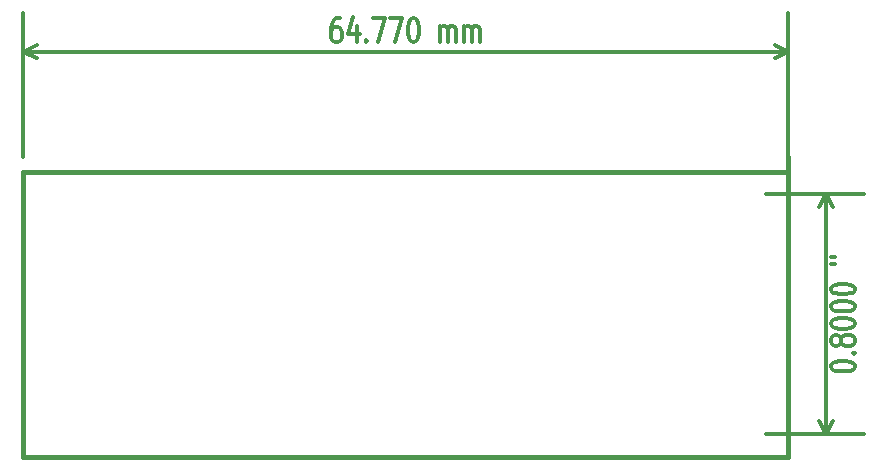
<source format=gbr>
G04 (created by PCBNEW-RS274X (2012-01-19 BZR 3256)-stable) date Thu 07 Mar 2013 02:54:08 AM COT*
G01*
G70*
G90*
%MOIN*%
G04 Gerber Fmt 3.4, Leading zero omitted, Abs format*
%FSLAX34Y34*%
G04 APERTURE LIST*
%ADD10C,0.006000*%
%ADD11C,0.015000*%
%ADD12C,0.012000*%
G04 APERTURE END LIST*
G54D10*
G54D11*
X44250Y-31250D02*
X44500Y-31250D01*
X44250Y-21750D02*
X44250Y-31250D01*
X69750Y-21750D02*
X69750Y-22000D01*
X44250Y-21750D02*
X69750Y-21750D01*
G54D12*
X71164Y-28270D02*
X71164Y-28213D01*
X71202Y-28156D01*
X71240Y-28127D01*
X71316Y-28098D01*
X71469Y-28070D01*
X71659Y-28070D01*
X71811Y-28098D01*
X71888Y-28127D01*
X71926Y-28156D01*
X71964Y-28213D01*
X71964Y-28270D01*
X71926Y-28327D01*
X71888Y-28356D01*
X71811Y-28384D01*
X71659Y-28413D01*
X71469Y-28413D01*
X71316Y-28384D01*
X71240Y-28356D01*
X71202Y-28327D01*
X71164Y-28270D01*
X71888Y-27813D02*
X71926Y-27785D01*
X71964Y-27813D01*
X71926Y-27842D01*
X71888Y-27813D01*
X71964Y-27813D01*
X71507Y-27441D02*
X71469Y-27499D01*
X71430Y-27527D01*
X71354Y-27556D01*
X71316Y-27556D01*
X71240Y-27527D01*
X71202Y-27499D01*
X71164Y-27441D01*
X71164Y-27327D01*
X71202Y-27270D01*
X71240Y-27241D01*
X71316Y-27213D01*
X71354Y-27213D01*
X71430Y-27241D01*
X71469Y-27270D01*
X71507Y-27327D01*
X71507Y-27441D01*
X71545Y-27499D01*
X71583Y-27527D01*
X71659Y-27556D01*
X71811Y-27556D01*
X71888Y-27527D01*
X71926Y-27499D01*
X71964Y-27441D01*
X71964Y-27327D01*
X71926Y-27270D01*
X71888Y-27241D01*
X71811Y-27213D01*
X71659Y-27213D01*
X71583Y-27241D01*
X71545Y-27270D01*
X71507Y-27327D01*
X71164Y-26842D02*
X71164Y-26785D01*
X71202Y-26728D01*
X71240Y-26699D01*
X71316Y-26670D01*
X71469Y-26642D01*
X71659Y-26642D01*
X71811Y-26670D01*
X71888Y-26699D01*
X71926Y-26728D01*
X71964Y-26785D01*
X71964Y-26842D01*
X71926Y-26899D01*
X71888Y-26928D01*
X71811Y-26956D01*
X71659Y-26985D01*
X71469Y-26985D01*
X71316Y-26956D01*
X71240Y-26928D01*
X71202Y-26899D01*
X71164Y-26842D01*
X71164Y-26271D02*
X71164Y-26214D01*
X71202Y-26157D01*
X71240Y-26128D01*
X71316Y-26099D01*
X71469Y-26071D01*
X71659Y-26071D01*
X71811Y-26099D01*
X71888Y-26128D01*
X71926Y-26157D01*
X71964Y-26214D01*
X71964Y-26271D01*
X71926Y-26328D01*
X71888Y-26357D01*
X71811Y-26385D01*
X71659Y-26414D01*
X71469Y-26414D01*
X71316Y-26385D01*
X71240Y-26357D01*
X71202Y-26328D01*
X71164Y-26271D01*
X71164Y-25700D02*
X71164Y-25643D01*
X71202Y-25586D01*
X71240Y-25557D01*
X71316Y-25528D01*
X71469Y-25500D01*
X71659Y-25500D01*
X71811Y-25528D01*
X71888Y-25557D01*
X71926Y-25586D01*
X71964Y-25643D01*
X71964Y-25700D01*
X71926Y-25757D01*
X71888Y-25786D01*
X71811Y-25814D01*
X71659Y-25843D01*
X71469Y-25843D01*
X71316Y-25814D01*
X71240Y-25786D01*
X71202Y-25757D01*
X71164Y-25700D01*
X71164Y-24815D02*
X71316Y-24815D01*
X71164Y-24586D02*
X71316Y-24586D01*
X71000Y-30500D02*
X71000Y-22500D01*
X69000Y-30500D02*
X72280Y-30500D01*
X69000Y-22500D02*
X72280Y-22500D01*
X71000Y-22500D02*
X71230Y-22943D01*
X71000Y-22500D02*
X70770Y-22943D01*
X71000Y-30500D02*
X71230Y-30057D01*
X71000Y-30500D02*
X70770Y-30057D01*
G54D11*
X69750Y-31250D02*
X44250Y-31250D01*
X69750Y-21250D02*
X69750Y-31250D01*
G54D12*
X54801Y-16635D02*
X54687Y-16635D01*
X54630Y-16673D01*
X54601Y-16711D01*
X54544Y-16825D01*
X54515Y-16978D01*
X54515Y-17282D01*
X54544Y-17359D01*
X54572Y-17397D01*
X54630Y-17435D01*
X54744Y-17435D01*
X54801Y-17397D01*
X54830Y-17359D01*
X54858Y-17282D01*
X54858Y-17092D01*
X54830Y-17016D01*
X54801Y-16978D01*
X54744Y-16940D01*
X54630Y-16940D01*
X54572Y-16978D01*
X54544Y-17016D01*
X54515Y-17092D01*
X55372Y-16901D02*
X55372Y-17435D01*
X55229Y-16597D02*
X55086Y-17168D01*
X55458Y-17168D01*
X55686Y-17359D02*
X55714Y-17397D01*
X55686Y-17435D01*
X55657Y-17397D01*
X55686Y-17359D01*
X55686Y-17435D01*
X55915Y-16635D02*
X56315Y-16635D01*
X56058Y-17435D01*
X56486Y-16635D02*
X56886Y-16635D01*
X56629Y-17435D01*
X57228Y-16635D02*
X57285Y-16635D01*
X57342Y-16673D01*
X57371Y-16711D01*
X57400Y-16787D01*
X57428Y-16940D01*
X57428Y-17130D01*
X57400Y-17282D01*
X57371Y-17359D01*
X57342Y-17397D01*
X57285Y-17435D01*
X57228Y-17435D01*
X57171Y-17397D01*
X57142Y-17359D01*
X57114Y-17282D01*
X57085Y-17130D01*
X57085Y-16940D01*
X57114Y-16787D01*
X57142Y-16711D01*
X57171Y-16673D01*
X57228Y-16635D01*
X58142Y-17435D02*
X58142Y-16901D01*
X58142Y-16978D02*
X58170Y-16940D01*
X58228Y-16901D01*
X58313Y-16901D01*
X58370Y-16940D01*
X58399Y-17016D01*
X58399Y-17435D01*
X58399Y-17016D02*
X58428Y-16940D01*
X58485Y-16901D01*
X58570Y-16901D01*
X58628Y-16940D01*
X58656Y-17016D01*
X58656Y-17435D01*
X58942Y-17435D02*
X58942Y-16901D01*
X58942Y-16978D02*
X58970Y-16940D01*
X59028Y-16901D01*
X59113Y-16901D01*
X59170Y-16940D01*
X59199Y-17016D01*
X59199Y-17435D01*
X59199Y-17016D02*
X59228Y-16940D01*
X59285Y-16901D01*
X59370Y-16901D01*
X59428Y-16940D01*
X59456Y-17016D01*
X59456Y-17435D01*
X44250Y-17751D02*
X69750Y-17751D01*
X44250Y-21250D02*
X44250Y-16471D01*
X69750Y-21250D02*
X69750Y-16471D01*
X69750Y-17751D02*
X69307Y-17981D01*
X69750Y-17751D02*
X69307Y-17521D01*
X44250Y-17751D02*
X44693Y-17981D01*
X44250Y-17751D02*
X44693Y-17521D01*
M02*

</source>
